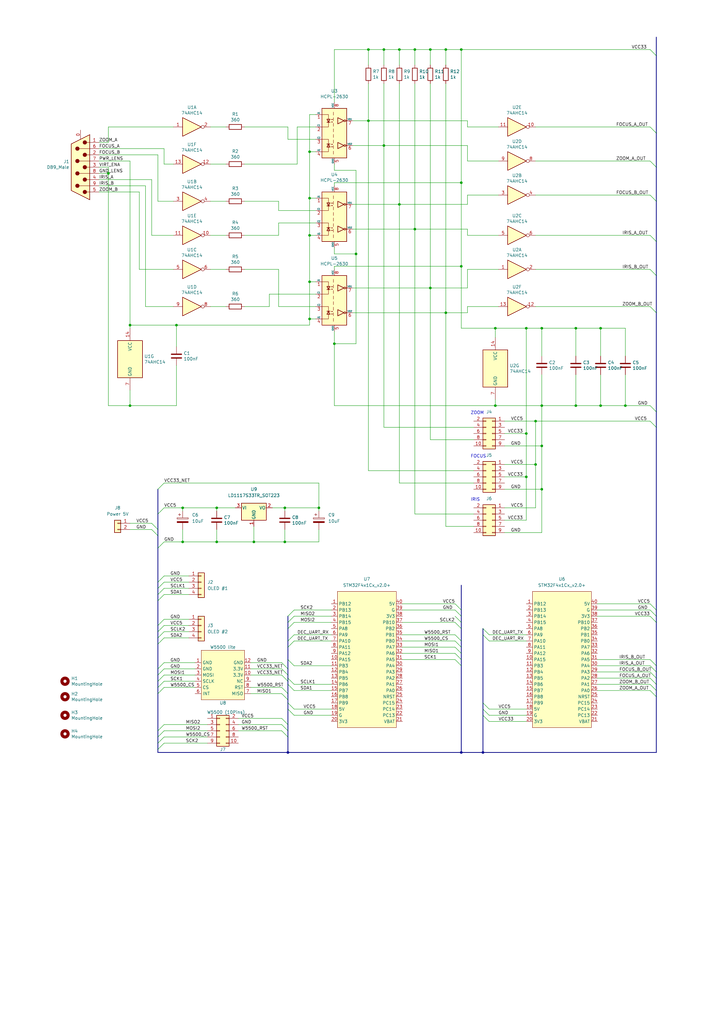
<source format=kicad_sch>
(kicad_sch (version 20211123) (generator eeschema)
  (paper "A3" portrait)
  (title_block (title "Lens Rotary Decoder / MCU+NET+OLED version"))
  (junction (at 215.9 177.8))
  (junction (at 176.53 118.11))
  (junction (at 182.88 20.32))
  (junction (at 127 81.28))
  (junction (at 236.22 134.62))
  (junction (at 74.93 208.28))
  (junction (at 170.18 93.98))
  (junction (at 256.54 166.37))
  (junction (at 222.25 200.66))
  (junction (at 246.38 166.37))
  (junction (at 222.25 134.62))
  (junction (at 163.83 83.82))
  (junction (at 127 62.23))
  (junction (at 137.16 140.97))
  (junction (at 53.34 133.35))
  (junction (at 127 96.52))
  (junction (at 104.14 222.25))
  (junction (at 157.48 59.69))
  (junction (at 116.84 208.28))
  (junction (at 176.53 20.32))
  (junction (at 151.13 20.32))
  (junction (at 146.05 104.14))
  (junction (at 163.83 20.32))
  (junction (at 219.71 172.72))
  (junction (at 189.23 20.32))
  (junction (at 203.2 134.62))
  (junction (at 116.84 222.25))
  (junction (at 182.88 128.27))
  (junction (at 189.23 109.22))
  (junction (at 157.48 20.32))
  (junction (at 74.93 222.25))
  (junction (at 246.38 134.62))
  (junction (at 118.11 308.61))
  (junction (at 189.23 308.61))
  (junction (at 236.22 166.37))
  (junction (at 215.9 134.62))
  (junction (at 215.9 195.58))
  (junction (at 170.18 20.32))
  (junction (at 219.71 190.5))
  (junction (at 222.25 166.37))
  (junction (at 44.45 71.12))
  (junction (at 88.9 222.25))
  (junction (at 222.25 182.88))
  (junction (at 151.13 49.53))
  (junction (at 72.39 133.35))
  (junction (at 53.34 166.37))
  (junction (at 127 130.81))
  (junction (at 189.23 74.93))
  (junction (at 198.12 308.61))
  (junction (at 130.81 208.28))
  (junction (at 88.9 208.28))
  (junction (at 203.2 166.37))
  (junction (at 127 115.57))
  (bus_entry (at 64.77 284.48) (size 2.54 -2.54))
  (bus_entry (at 64.77 281.94) (size 2.54 -2.54))
  (bus_entry (at 266.7 250.19) (size 2.54 2.54))
  (bus_entry (at 62.23 217.17) (size 2.54 2.54))
  (bus_entry (at 62.23 214.63) (size 2.54 2.54))
  (bus_entry (at 64.77 259.08) (size 2.54 -2.54))
  (bus_entry (at 118.11 280.67) (size 2.54 2.54))
  (bus_entry (at 115.57 299.72) (size 2.54 2.54))
  (bus_entry (at 266.7 270.51) (size 2.54 2.54))
  (bus_entry (at 64.77 274.32) (size 2.54 -2.54))
  (bus_entry (at 115.57 274.32) (size 2.54 2.54))
  (bus_entry (at 198.12 257.81) (size 2.54 2.54))
  (bus_entry (at 64.77 304.8) (size 2.54 -2.54))
  (bus_entry (at 266.7 247.65) (size 2.54 2.54))
  (bus_entry (at 186.69 255.27) (size 2.54 2.54))
  (bus_entry (at 64.77 299.72) (size 2.54 -2.54))
  (bus_entry (at 115.57 294.64) (size 2.54 2.54))
  (bus_entry (at 64.77 302.26) (size 2.54 -2.54))
  (bus_entry (at 266.7 278.13) (size 2.54 2.54))
  (bus_entry (at 64.77 307.34) (size 2.54 -2.54))
  (bus_entry (at 64.77 276.86) (size 2.54 -2.54))
  (bus_entry (at 198.12 288.29) (size 2.54 2.54))
  (bus_entry (at 64.77 241.3) (size 2.54 -2.54))
  (bus_entry (at 266.7 275.59) (size 2.54 2.54))
  (bus_entry (at 266.7 273.05) (size 2.54 2.54))
  (bus_entry (at 64.77 256.54) (size 2.54 -2.54))
  (bus_entry (at 118.11 257.81) (size 2.54 -2.54))
  (bus_entry (at 186.69 252.73) (size 2.54 2.54))
  (bus_entry (at 118.11 270.51) (size 2.54 2.54))
  (bus_entry (at 64.77 210.82) (size 2.54 -2.54))
  (bus_entry (at 115.57 281.94) (size 2.54 2.54))
  (bus_entry (at 115.57 297.18) (size 2.54 2.54))
  (bus_entry (at 118.11 252.73) (size 2.54 -2.54))
  (bus_entry (at 118.11 255.27) (size 2.54 -2.54))
  (bus_entry (at 118.11 265.43) (size 2.54 -2.54))
  (bus_entry (at 115.57 284.48) (size 2.54 2.54))
  (bus_entry (at 118.11 262.89) (size 2.54 -2.54))
  (bus_entry (at 198.12 293.37) (size 2.54 2.54))
  (bus_entry (at 266.7 280.67) (size 2.54 2.54))
  (bus_entry (at 118.11 290.83) (size 2.54 2.54))
  (bus_entry (at 64.77 264.16) (size 2.54 -2.54))
  (bus_entry (at 115.57 271.78) (size 2.54 2.54))
  (bus_entry (at 186.69 260.35) (size 2.54 2.54))
  (bus_entry (at 64.77 246.38) (size 2.54 -2.54))
  (bus_entry (at 64.77 238.76) (size 2.54 -2.54))
  (bus_entry (at 64.77 279.4) (size 2.54 -2.54))
  (bus_entry (at 64.77 224.79) (size 2.54 -2.54))
  (bus_entry (at 64.77 200.66) (size 2.54 -2.54))
  (bus_entry (at 118.11 288.29) (size 2.54 2.54))
  (bus_entry (at 186.69 267.97) (size 2.54 2.54))
  (bus_entry (at 186.69 262.89) (size 2.54 2.54))
  (bus_entry (at 118.11 278.13) (size 2.54 2.54))
  (bus_entry (at 115.57 276.86) (size 2.54 2.54))
  (bus_entry (at 64.77 243.84) (size 2.54 -2.54))
  (bus_entry (at 266.7 166.37) (size 2.54 2.54))
  (bus_entry (at 266.7 172.72) (size 2.54 2.54))
  (bus_entry (at 186.69 265.43) (size 2.54 2.54))
  (bus_entry (at 198.12 260.35) (size 2.54 2.54))
  (bus_entry (at 198.12 290.83) (size 2.54 2.54))
  (bus_entry (at 186.69 250.19) (size 2.54 2.54))
  (bus_entry (at 266.7 252.73) (size 2.54 2.54))
  (bus_entry (at 64.77 261.62) (size 2.54 -2.54))
  (bus_entry (at 266.7 125.73) (size 2.54 2.54))
  (bus_entry (at 266.7 66.04) (size 2.54 2.54))
  (bus_entry (at 266.7 110.49) (size 2.54 2.54))
  (bus_entry (at 266.7 96.52) (size 2.54 2.54))
  (bus_entry (at 266.7 80.01) (size 2.54 2.54))
  (bus_entry (at 266.7 20.32) (size 2.54 2.54))
  (bus_entry (at 266.7 52.07) (size 2.54 2.54))
  (bus_entry (at 186.69 247.65) (size 2.54 2.54))
  (bus_entry (at 186.69 270.51) (size 2.54 2.54))
  (bus_entry (at 266.7 283.21) (size 2.54 2.54))
  (wire (pts (xy 203.2 134.62) (xy 189.23 134.62)))
  (wire (pts (xy 120.65 283.21) (xy 135.89 283.21)))
  (wire (pts (xy 120.65 293.37) (xy 135.89 293.37)))
  (wire (pts (xy 127 81.28) (xy 127 96.52)))
  (wire (pts (xy 182.88 34.29) (xy 182.88 128.27)))
  (wire (pts (xy 207.01 208.28) (xy 219.71 208.28)))
  (wire (pts (xy 121.92 52.07) (xy 129.54 52.07)))
  (bus (pts (xy 198.12 257.81) (xy 198.12 260.35)))
  (wire (pts (xy 222.25 166.37) (xy 236.22 166.37)))
  (wire (pts (xy 200.66 262.89) (xy 215.9 262.89)))
  (wire (pts (xy 137.16 41.91) (xy 137.16 20.32)))
  (bus (pts (xy 118.11 280.67) (xy 118.11 284.48)))
  (bus (pts (xy 118.11 290.83) (xy 118.11 297.18)))
  (bus (pts (xy 118.11 252.73) (xy 118.11 255.27)))
  (wire (pts (xy 88.9 217.17) (xy 88.9 222.25)))
  (wire (pts (xy 191.77 128.27) (xy 191.77 125.73)))
  (bus (pts (xy 269.24 250.19) (xy 269.24 252.73)))
  (wire (pts (xy 100.33 52.07) (xy 118.11 52.07)))
  (wire (pts (xy 72.39 133.35) (xy 72.39 142.24)))
  (bus (pts (xy 64.77 307.34) (xy 64.77 308.61)))
  (bus (pts (xy 269.24 99.06) (xy 269.24 113.03)))
  (bus (pts (xy 269.24 275.59) (xy 269.24 278.13)))
  (wire (pts (xy 236.22 153.67) (xy 236.22 166.37)))
  (bus (pts (xy 189.23 270.51) (xy 189.23 273.05)))
  (wire (pts (xy 62.23 73.66) (xy 62.23 96.52)))
  (wire (pts (xy 245.11 247.65) (xy 266.7 247.65)))
  (wire (pts (xy 72.39 149.86) (xy 72.39 166.37)))
  (wire (pts (xy 207.01 200.66) (xy 222.25 200.66)))
  (wire (pts (xy 86.36 110.49) (xy 92.71 110.49)))
  (wire (pts (xy 137.16 140.97) (xy 146.05 140.97)))
  (wire (pts (xy 59.69 125.73) (xy 71.12 125.73)))
  (wire (pts (xy 116.84 217.17) (xy 116.84 222.25)))
  (wire (pts (xy 86.36 125.73) (xy 92.71 125.73)))
  (bus (pts (xy 118.11 302.26) (xy 118.11 308.61)))
  (wire (pts (xy 64.77 82.55) (xy 71.12 82.55)))
  (wire (pts (xy 245.11 280.67) (xy 266.7 280.67)))
  (wire (pts (xy 219.71 52.07) (xy 266.7 52.07)))
  (bus (pts (xy 118.11 287.02) (xy 118.11 288.29)))
  (wire (pts (xy 165.1 250.19) (xy 186.69 250.19)))
  (wire (pts (xy 40.64 66.04) (xy 53.34 66.04)))
  (wire (pts (xy 245.11 250.19) (xy 266.7 250.19)))
  (wire (pts (xy 53.34 133.35) (xy 72.39 133.35)))
  (wire (pts (xy 236.22 134.62) (xy 236.22 146.05)))
  (wire (pts (xy 191.77 59.69) (xy 191.77 66.04)))
  (wire (pts (xy 137.16 69.85) (xy 146.05 69.85)))
  (wire (pts (xy 222.25 182.88) (xy 222.25 200.66)))
  (wire (pts (xy 127 46.99) (xy 127 62.23)))
  (wire (pts (xy 163.83 26.67) (xy 163.83 20.32)))
  (wire (pts (xy 137.16 104.14) (xy 146.05 104.14)))
  (wire (pts (xy 88.9 208.28) (xy 96.52 208.28)))
  (wire (pts (xy 176.53 26.67) (xy 176.53 20.32)))
  (wire (pts (xy 215.9 195.58) (xy 215.9 213.36)))
  (wire (pts (xy 44.45 58.42) (xy 44.45 52.07)))
  (wire (pts (xy 102.87 271.78) (xy 115.57 271.78)))
  (wire (pts (xy 151.13 20.32) (xy 151.13 26.67)))
  (wire (pts (xy 74.93 208.28) (xy 88.9 208.28)))
  (wire (pts (xy 191.77 80.01) (xy 204.47 80.01)))
  (wire (pts (xy 189.23 20.32) (xy 189.23 74.93)))
  (wire (pts (xy 191.77 59.69) (xy 157.48 59.69)))
  (wire (pts (xy 144.78 118.11) (xy 176.53 118.11)))
  (wire (pts (xy 67.31 208.28) (xy 74.93 208.28)))
  (bus (pts (xy 118.11 288.29) (xy 118.11 290.83)))
  (wire (pts (xy 170.18 20.32) (xy 176.53 20.32)))
  (bus (pts (xy 118.11 299.72) (xy 118.11 302.26)))
  (wire (pts (xy 170.18 34.29) (xy 170.18 93.98)))
  (bus (pts (xy 64.77 261.62) (xy 64.77 264.16)))
  (wire (pts (xy 245.11 283.21) (xy 266.7 283.21)))
  (bus (pts (xy 198.12 260.35) (xy 198.12 288.29)))
  (wire (pts (xy 127 115.57) (xy 127 130.81)))
  (wire (pts (xy 129.54 120.65) (xy 110.49 120.65)))
  (bus (pts (xy 269.24 15.24) (xy 269.24 22.86)))
  (wire (pts (xy 120.65 262.89) (xy 135.89 262.89)))
  (wire (pts (xy 114.3 125.73) (xy 129.54 125.73)))
  (wire (pts (xy 144.78 128.27) (xy 182.88 128.27)))
  (wire (pts (xy 111.76 208.28) (xy 116.84 208.28)))
  (bus (pts (xy 118.11 257.81) (xy 118.11 262.89)))
  (wire (pts (xy 207.01 182.88) (xy 222.25 182.88)))
  (wire (pts (xy 219.71 66.04) (xy 266.7 66.04)))
  (wire (pts (xy 40.64 58.42) (xy 44.45 58.42)))
  (wire (pts (xy 88.9 222.25) (xy 104.14 222.25)))
  (wire (pts (xy 44.45 52.07) (xy 71.12 52.07)))
  (bus (pts (xy 64.77 224.79) (xy 64.77 238.76)))
  (wire (pts (xy 59.69 76.2) (xy 59.69 125.73)))
  (bus (pts (xy 118.11 297.18) (xy 118.11 299.72)))
  (bus (pts (xy 269.24 22.86) (xy 269.24 54.61)))
  (wire (pts (xy 121.92 67.31) (xy 121.92 52.07)))
  (wire (pts (xy 191.77 96.52) (xy 204.47 96.52)))
  (bus (pts (xy 189.23 308.61) (xy 198.12 308.61)))
  (wire (pts (xy 40.64 68.58) (xy 44.45 68.58)))
  (wire (pts (xy 170.18 26.67) (xy 170.18 20.32)))
  (wire (pts (xy 118.11 57.15) (xy 129.54 57.15)))
  (bus (pts (xy 269.24 82.55) (xy 269.24 99.06)))
  (wire (pts (xy 137.16 67.31) (xy 137.16 69.85)))
  (bus (pts (xy 269.24 113.03) (xy 269.24 128.27)))
  (wire (pts (xy 165.1 260.35) (xy 186.69 260.35)))
  (wire (pts (xy 40.64 63.5) (xy 64.77 63.5)))
  (wire (pts (xy 170.18 93.98) (xy 191.77 93.98)))
  (wire (pts (xy 40.64 76.2) (xy 59.69 76.2)))
  (wire (pts (xy 207.01 213.36) (xy 215.9 213.36)))
  (bus (pts (xy 118.11 255.27) (xy 118.11 257.81)))
  (wire (pts (xy 53.34 217.17) (xy 62.23 217.17)))
  (wire (pts (xy 256.54 166.37) (xy 266.7 166.37)))
  (wire (pts (xy 182.88 20.32) (xy 189.23 20.32)))
  (wire (pts (xy 165.1 267.97) (xy 186.69 267.97)))
  (bus (pts (xy 64.77 276.86) (xy 64.77 279.4)))
  (wire (pts (xy 114.3 82.55) (xy 114.3 86.36)))
  (wire (pts (xy 67.31 222.25) (xy 74.93 222.25)))
  (wire (pts (xy 116.84 208.28) (xy 116.84 209.55)))
  (wire (pts (xy 246.38 146.05) (xy 246.38 134.62)))
  (wire (pts (xy 146.05 69.85) (xy 146.05 104.14)))
  (bus (pts (xy 64.77 200.66) (xy 64.77 210.82)))
  (wire (pts (xy 245.11 252.73) (xy 266.7 252.73)))
  (wire (pts (xy 182.88 128.27) (xy 191.77 128.27)))
  (wire (pts (xy 67.31 276.86) (xy 80.01 276.86)))
  (wire (pts (xy 67.31 299.72) (xy 85.09 299.72)))
  (bus (pts (xy 198.12 293.37) (xy 198.12 308.61)))
  (wire (pts (xy 176.53 20.32) (xy 182.88 20.32)))
  (wire (pts (xy 67.31 302.26) (xy 85.09 302.26)))
  (wire (pts (xy 165.1 270.51) (xy 186.69 270.51)))
  (wire (pts (xy 86.36 52.07) (xy 92.71 52.07)))
  (bus (pts (xy 118.11 308.61) (xy 189.23 308.61)))
  (wire (pts (xy 191.77 118.11) (xy 191.77 110.49)))
  (wire (pts (xy 116.84 222.25) (xy 130.81 222.25)))
  (wire (pts (xy 203.2 163.83) (xy 203.2 166.37)))
  (wire (pts (xy 67.31 274.32) (xy 80.01 274.32)))
  (bus (pts (xy 64.77 281.94) (xy 64.77 284.48)))
  (wire (pts (xy 67.31 60.96) (xy 67.31 67.31)))
  (wire (pts (xy 163.83 20.32) (xy 170.18 20.32)))
  (wire (pts (xy 219.71 208.28) (xy 219.71 190.5)))
  (wire (pts (xy 246.38 153.67) (xy 246.38 166.37)))
  (bus (pts (xy 189.23 257.81) (xy 189.23 262.89)))
  (wire (pts (xy 203.2 134.62) (xy 215.9 134.62)))
  (wire (pts (xy 219.71 110.49) (xy 266.7 110.49)))
  (wire (pts (xy 245.11 275.59) (xy 266.7 275.59)))
  (wire (pts (xy 146.05 104.14) (xy 146.05 140.97)))
  (wire (pts (xy 165.1 247.65) (xy 186.69 247.65)))
  (wire (pts (xy 236.22 134.62) (xy 246.38 134.62)))
  (wire (pts (xy 118.11 52.07) (xy 118.11 57.15)))
  (wire (pts (xy 86.36 82.55) (xy 92.71 82.55)))
  (wire (pts (xy 215.9 177.8) (xy 215.9 195.58)))
  (bus (pts (xy 269.24 68.58) (xy 269.24 82.55)))
  (wire (pts (xy 191.77 93.98) (xy 191.77 96.52)))
  (wire (pts (xy 137.16 166.37) (xy 203.2 166.37)))
  (wire (pts (xy 222.25 134.62) (xy 222.25 146.05)))
  (wire (pts (xy 219.71 190.5) (xy 219.71 172.72)))
  (wire (pts (xy 182.88 20.32) (xy 182.88 26.67)))
  (wire (pts (xy 130.81 217.17) (xy 130.81 222.25)))
  (bus (pts (xy 189.23 252.73) (xy 189.23 255.27)))
  (wire (pts (xy 74.93 222.25) (xy 88.9 222.25)))
  (wire (pts (xy 222.25 134.62) (xy 236.22 134.62)))
  (wire (pts (xy 130.81 208.28) (xy 130.81 198.12)))
  (wire (pts (xy 114.3 91.44) (xy 129.54 91.44)))
  (wire (pts (xy 40.64 60.96) (xy 67.31 60.96)))
  (wire (pts (xy 200.66 260.35) (xy 215.9 260.35)))
  (wire (pts (xy 189.23 74.93) (xy 189.23 109.22)))
  (wire (pts (xy 215.9 295.91) (xy 200.66 295.91)))
  (wire (pts (xy 40.64 73.66) (xy 62.23 73.66)))
  (bus (pts (xy 269.24 175.26) (xy 269.24 250.19)))
  (wire (pts (xy 57.15 110.49) (xy 71.12 110.49)))
  (wire (pts (xy 191.77 66.04) (xy 204.47 66.04)))
  (bus (pts (xy 118.11 262.89) (xy 118.11 265.43)))
  (wire (pts (xy 97.79 294.64) (xy 115.57 294.64)))
  (bus (pts (xy 269.24 252.73) (xy 269.24 255.27)))
  (wire (pts (xy 67.31 271.78) (xy 80.01 271.78)))
  (wire (pts (xy 144.78 59.69) (xy 157.48 59.69)))
  (bus (pts (xy 64.77 308.61) (xy 118.11 308.61)))
  (wire (pts (xy 100.33 96.52) (xy 114.3 96.52)))
  (wire (pts (xy 104.14 215.9) (xy 104.14 222.25)))
  (bus (pts (xy 118.11 284.48) (xy 118.11 287.02)))
  (wire (pts (xy 130.81 208.28) (xy 130.81 209.55)))
  (wire (pts (xy 53.34 160.02) (xy 53.34 166.37)))
  (wire (pts (xy 163.83 198.12) (xy 194.31 198.12)))
  (bus (pts (xy 64.77 210.82) (xy 64.77 217.17)))
  (wire (pts (xy 127 96.52) (xy 127 115.57)))
  (wire (pts (xy 219.71 172.72) (xy 266.7 172.72)))
  (wire (pts (xy 127 130.81) (xy 127 133.35)))
  (wire (pts (xy 116.84 208.28) (xy 130.81 208.28)))
  (wire (pts (xy 176.53 118.11) (xy 176.53 180.34)))
  (wire (pts (xy 129.54 130.81) (xy 127 130.81)))
  (bus (pts (xy 64.77 279.4) (xy 64.77 281.94)))
  (wire (pts (xy 67.31 256.54) (xy 77.47 256.54)))
  (wire (pts (xy 102.87 284.48) (xy 115.57 284.48)))
  (wire (pts (xy 163.83 83.82) (xy 191.77 83.82)))
  (wire (pts (xy 207.01 177.8) (xy 215.9 177.8)))
  (bus (pts (xy 64.77 302.26) (xy 64.77 304.8)))
  (wire (pts (xy 44.45 71.12) (xy 44.45 166.37)))
  (wire (pts (xy 67.31 67.31) (xy 71.12 67.31)))
  (wire (pts (xy 144.78 93.98) (xy 170.18 93.98)))
  (bus (pts (xy 64.77 219.71) (xy 64.77 224.79)))
  (wire (pts (xy 62.23 96.52) (xy 71.12 96.52)))
  (wire (pts (xy 165.1 255.27) (xy 186.69 255.27)))
  (wire (pts (xy 245.11 273.05) (xy 266.7 273.05)))
  (wire (pts (xy 67.31 259.08) (xy 77.47 259.08)))
  (bus (pts (xy 118.11 279.4) (xy 118.11 280.67)))
  (wire (pts (xy 88.9 208.28) (xy 88.9 209.55)))
  (bus (pts (xy 189.23 267.97) (xy 189.23 270.51)))
  (wire (pts (xy 191.77 83.82) (xy 191.77 80.01)))
  (wire (pts (xy 203.2 138.43) (xy 203.2 134.62)))
  (wire (pts (xy 207.01 195.58) (xy 215.9 195.58)))
  (wire (pts (xy 102.87 276.86) (xy 115.57 276.86)))
  (wire (pts (xy 176.53 118.11) (xy 191.77 118.11)))
  (wire (pts (xy 114.3 91.44) (xy 114.3 96.52)))
  (wire (pts (xy 157.48 59.69) (xy 157.48 175.26)))
  (wire (pts (xy 67.31 236.22) (xy 77.47 236.22)))
  (wire (pts (xy 222.25 166.37) (xy 222.25 182.88)))
  (bus (pts (xy 64.77 256.54) (xy 64.77 259.08)))
  (bus (pts (xy 269.24 273.05) (xy 269.24 275.59)))
  (bus (pts (xy 189.23 262.89) (xy 189.23 265.43)))
  (wire (pts (xy 189.23 109.22) (xy 189.23 134.62)))
  (bus (pts (xy 118.11 270.51) (xy 118.11 274.32)))
  (wire (pts (xy 189.23 20.32) (xy 266.7 20.32)))
  (wire (pts (xy 129.54 46.99) (xy 127 46.99)))
  (bus (pts (xy 269.24 54.61) (xy 269.24 68.58)))
  (wire (pts (xy 165.1 265.43) (xy 186.69 265.43)))
  (wire (pts (xy 163.83 83.82) (xy 163.83 198.12)))
  (wire (pts (xy 53.34 133.35) (xy 53.34 134.62)))
  (wire (pts (xy 207.01 218.44) (xy 222.25 218.44)))
  (wire (pts (xy 157.48 20.32) (xy 163.83 20.32)))
  (wire (pts (xy 64.77 63.5) (xy 64.77 82.55)))
  (wire (pts (xy 137.16 20.32) (xy 151.13 20.32)))
  (wire (pts (xy 191.77 49.53) (xy 191.77 52.07)))
  (wire (pts (xy 129.54 115.57) (xy 127 115.57)))
  (wire (pts (xy 102.87 281.94) (xy 115.57 281.94)))
  (wire (pts (xy 67.31 198.12) (xy 130.81 198.12)))
  (wire (pts (xy 110.49 120.65) (xy 110.49 125.73)))
  (wire (pts (xy 191.77 52.07) (xy 204.47 52.07)))
  (wire (pts (xy 157.48 175.26) (xy 194.31 175.26)))
  (wire (pts (xy 67.31 261.62) (xy 77.47 261.62)))
  (wire (pts (xy 246.38 166.37) (xy 256.54 166.37)))
  (wire (pts (xy 219.71 125.73) (xy 266.7 125.73)))
  (wire (pts (xy 191.77 125.73) (xy 204.47 125.73)))
  (bus (pts (xy 269.24 283.21) (xy 269.24 285.75)))
  (bus (pts (xy 269.24 285.75) (xy 269.24 308.61)))
  (wire (pts (xy 170.18 93.98) (xy 170.18 210.82)))
  (wire (pts (xy 120.65 273.05) (xy 135.89 273.05)))
  (wire (pts (xy 100.33 125.73) (xy 110.49 125.73)))
  (bus (pts (xy 269.24 168.91) (xy 269.24 175.26)))
  (bus (pts (xy 64.77 259.08) (xy 64.77 261.62)))
  (wire (pts (xy 222.25 166.37) (xy 222.25 153.67)))
  (wire (pts (xy 137.16 110.49) (xy 137.16 109.22)))
  (bus (pts (xy 64.77 299.72) (xy 64.77 302.26)))
  (wire (pts (xy 57.15 78.74) (xy 57.15 110.49)))
  (wire (pts (xy 245.11 270.51) (xy 266.7 270.51)))
  (wire (pts (xy 137.16 166.37) (xy 137.16 140.97)))
  (wire (pts (xy 129.54 96.52) (xy 127 96.52)))
  (wire (pts (xy 97.79 297.18) (xy 115.57 297.18)))
  (wire (pts (xy 86.36 67.31) (xy 92.71 67.31)))
  (wire (pts (xy 163.83 34.29) (xy 163.83 83.82)))
  (wire (pts (xy 137.16 76.2) (xy 137.16 74.93)))
  (wire (pts (xy 137.16 109.22) (xy 189.23 109.22)))
  (bus (pts (xy 118.11 278.13) (xy 118.11 279.4)))
  (bus (pts (xy 198.12 308.61) (xy 269.24 308.61)))
  (wire (pts (xy 200.66 293.37) (xy 215.9 293.37)))
  (wire (pts (xy 236.22 166.37) (xy 246.38 166.37)))
  (wire (pts (xy 114.3 110.49) (xy 114.3 125.73)))
  (wire (pts (xy 151.13 20.32) (xy 157.48 20.32)))
  (wire (pts (xy 40.64 71.12) (xy 44.45 71.12)))
  (wire (pts (xy 53.34 166.37) (xy 72.39 166.37)))
  (wire (pts (xy 74.93 217.17) (xy 74.93 222.25)))
  (wire (pts (xy 207.01 172.72) (xy 219.71 172.72)))
  (wire (pts (xy 127 62.23) (xy 127 81.28)))
  (bus (pts (xy 118.11 274.32) (xy 118.11 276.86)))
  (wire (pts (xy 182.88 215.9) (xy 194.31 215.9)))
  (bus (pts (xy 198.12 290.83) (xy 198.12 293.37)))
  (wire (pts (xy 100.33 110.49) (xy 114.3 110.49)))
  (bus (pts (xy 64.77 274.32) (xy 64.77 276.86)))
  (bus (pts (xy 118.11 265.43) (xy 118.11 270.51)))
  (wire (pts (xy 102.87 274.32) (xy 115.57 274.32)))
  (wire (pts (xy 215.9 134.62) (xy 222.25 134.62)))
  (wire (pts (xy 157.48 34.29) (xy 157.48 59.69)))
  (wire (pts (xy 67.31 243.84) (xy 77.47 243.84)))
  (wire (pts (xy 245.11 278.13) (xy 266.7 278.13)))
  (wire (pts (xy 67.31 297.18) (xy 85.09 297.18)))
  (wire (pts (xy 176.53 34.29) (xy 176.53 118.11)))
  (wire (pts (xy 165.1 262.89) (xy 186.69 262.89)))
  (bus (pts (xy 64.77 217.17) (xy 64.77 219.71)))
  (wire (pts (xy 176.53 180.34) (xy 194.31 180.34)))
  (wire (pts (xy 151.13 34.29) (xy 151.13 49.53)))
  (bus (pts (xy 269.24 128.27) (xy 269.24 168.91)))
  (bus (pts (xy 118.11 276.86) (xy 118.11 278.13)))
  (wire (pts (xy 67.31 241.3) (xy 77.47 241.3)))
  (bus (pts (xy 189.23 240.03) (xy 189.23 250.19)))
  (wire (pts (xy 151.13 49.53) (xy 151.13 193.04)))
  (wire (pts (xy 53.34 66.04) (xy 53.34 133.35)))
  (wire (pts (xy 207.01 190.5) (xy 219.71 190.5)))
  (wire (pts (xy 151.13 49.53) (xy 191.77 49.53)))
  (wire (pts (xy 256.54 153.67) (xy 256.54 166.37)))
  (wire (pts (xy 100.33 67.31) (xy 121.92 67.31)))
  (wire (pts (xy 144.78 83.82) (xy 163.83 83.82)))
  (wire (pts (xy 182.88 128.27) (xy 182.88 215.9)))
  (bus (pts (xy 189.23 255.27) (xy 189.23 257.81)))
  (wire (pts (xy 144.78 49.53) (xy 151.13 49.53)))
  (wire (pts (xy 222.25 200.66) (xy 222.25 218.44)))
  (wire (pts (xy 129.54 62.23) (xy 127 62.23)))
  (wire (pts (xy 67.31 238.76) (xy 77.47 238.76)))
  (wire (pts (xy 120.65 250.19) (xy 135.89 250.19)))
  (wire (pts (xy 137.16 101.6) (xy 137.16 104.14)))
  (bus (pts (xy 198.12 288.29) (xy 198.12 290.83)))
  (wire (pts (xy 40.64 78.74) (xy 57.15 78.74)))
  (bus (pts (xy 269.24 280.67) (xy 269.24 283.21)))
  (wire (pts (xy 53.34 214.63) (xy 62.23 214.63)))
  (wire (pts (xy 120.65 280.67) (xy 135.89 280.67)))
  (wire (pts (xy 114.3 86.36) (xy 129.54 86.36)))
  (wire (pts (xy 137.16 74.93) (xy 189.23 74.93)))
  (wire (pts (xy 44.45 68.58) (xy 44.45 71.12)))
  (wire (pts (xy 129.54 81.28) (xy 127 81.28)))
  (bus (pts (xy 189.23 273.05) (xy 189.23 308.61)))
  (wire (pts (xy 86.36 96.52) (xy 92.71 96.52)))
  (wire (pts (xy 74.93 208.28) (xy 74.93 209.55)))
  (wire (pts (xy 203.2 166.37) (xy 222.25 166.37)))
  (wire (pts (xy 151.13 193.04) (xy 194.31 193.04)))
  (wire (pts (xy 215.9 134.62) (xy 215.9 177.8)))
  (wire (pts (xy 67.31 279.4) (xy 80.01 279.4)))
  (wire (pts (xy 246.38 134.62) (xy 256.54 134.62)))
  (bus (pts (xy 189.23 250.19) (xy 189.23 252.73)))
  (wire (pts (xy 120.65 260.35) (xy 135.89 260.35)))
  (bus (pts (xy 64.77 284.48) (xy 64.77 299.72)))
  (wire (pts (xy 200.66 290.83) (xy 215.9 290.83)))
  (wire (pts (xy 97.79 299.72) (xy 115.57 299.72)))
  (wire (pts (xy 67.31 281.94) (xy 80.01 281.94)))
  (wire (pts (xy 157.48 26.67) (xy 157.48 20.32)))
  (wire (pts (xy 120.65 255.27) (xy 135.89 255.27)))
  (bus (pts (xy 64.77 238.76) (xy 64.77 241.3)))
  (wire (pts (xy 219.71 96.52) (xy 266.7 96.52)))
  (bus (pts (xy 189.23 265.43) (xy 189.23 267.97)))
  (bus (pts (xy 64.77 241.3) (xy 64.77 243.84)))
  (bus (pts (xy 64.77 264.16) (xy 64.77 274.32)))
  (bus (pts (xy 64.77 246.38) (xy 64.77 256.54)))
  (bus (pts (xy 64.77 304.8) (xy 64.77 307.34)))
  (wire (pts (xy 67.31 304.8) (xy 85.09 304.8)))
  (wire (pts (xy 120.65 290.83) (xy 135.89 290.83)))
  (wire (pts (xy 104.14 222.25) (xy 116.84 222.25)))
  (wire (pts (xy 100.33 82.55) (xy 114.3 82.55)))
  (wire (pts (xy 219.71 80.01) (xy 266.7 80.01)))
  (wire (pts (xy 256.54 134.62) (xy 256.54 146.05)))
  (wire (pts (xy 120.65 252.73) (xy 135.89 252.73)))
  (bus (pts (xy 64.77 243.84) (xy 64.77 246.38)))
  (wire (pts (xy 170.18 210.82) (xy 194.31 210.82)))
  (bus (pts (xy 269.24 278.13) (xy 269.24 280.67)))
  (wire (pts (xy 67.31 254) (xy 77.47 254)))
  (bus (pts (xy 269.24 255.27) (xy 269.24 273.05)))
  (wire (pts (xy 191.77 110.49) (xy 204.47 110.49)))
  (wire (pts (xy 127 133.35) (xy 72.39 133.35)))
  (wire (pts (xy 137.16 135.89) (xy 137.16 140.97)))
  (wire (pts (xy 44.45 166.37) (xy 53.34 166.37)))
  (text "IRIS" (at 193.04 205.74 0) (effects (font (size 1.27 1.27)) (justify left bottom)))
  (text "FOCUS" (at 193.04 187.96 0) (effects (font (size 1.27 1.27)) (justify left bottom)))
  (text "ZOOM" (at 193.04 170.18 0) (effects (font (size 1.27 1.27)) (justify left bottom)))
  (label "GND" (at 105.41 271.78 0))
  (label "GND" (at 204.47 293.37 0))
  (label "ZOOM_A_OUT" (at 252.73 66.04 0))
  (label "MISO1" (at 173.99 267.97 0))
  (label "ZOOM_A_OUT" (at 254 283.21 0))
  (label "SDA1" (at 69.85 243.84 0))
  (label "FOCUS_A_OUT" (at 252.73 52.07 0))
  (label "DEC_UART_RX" (at 121.92 260.35 0))
  (label "PWR_LENS" (at 40.64 66.04 0))
  (label "MISO2" (at 123.19 252.73 0))
  (label "ZOOM_B" (at 40.64 78.74 0))
  (label "SCK2" (at 76.2 304.8 0))
  (label "VCC33_NET" (at 67.31 198.12 0))
  (label "IRIS_B" (at 40.64 76.2 0))
  (label "GND" (at 69.85 236.22 0))
  (label "IRIS_A" (at 40.64 73.66 0))
  (label "DEC_UART_RX" (at 201.93 262.89 0))
  (label "SCLK2" (at 69.85 259.08 0))
  (label "SCLK1" (at 69.85 241.3 0))
  (label "VCC5" (at 69.85 238.76 0))
  (label "GND" (at 69.85 274.32 0))
  (label "FOCUS_A_OUT" (at 254 278.13 0))
  (label "VCC33_NET" (at 105.41 276.86 0))
  (label "ZOOM_A" (at 40.64 58.42 0))
  (label "W5500_RST" (at 99.06 299.72 0))
  (label "VCC33" (at 208.28 195.58 0))
  (label "GND" (at 69.85 271.78 0))
  (label "SCLK2" (at 180.34 255.27 0))
  (label "GND" (at 124.46 293.37 0))
  (label "FOCUS_B_OUT" (at 254 275.59 0))
  (label "VCC5" (at 55.88 214.63 0))
  (label "VCC5" (at 124.46 290.83 0))
  (label "GND" (at 209.55 200.66 0))
  (label "VCC5" (at 181.61 247.65 0))
  (label "W5500_RST" (at 105.41 281.94 0))
  (label "SDA2" (at 69.85 261.62 0))
  (label "VCC5" (at 209.55 172.72 0))
  (label "GND" (at 99.06 297.18 0))
  (label "VCC5" (at 69.85 256.54 0))
  (label "VCC5" (at 204.47 290.83 0))
  (label "SDA1" (at 123.19 283.21 0))
  (label "SCK1" (at 173.99 270.51 0))
  (label "GND" (at 261.62 250.19 0))
  (label "IRIS_B_OUT" (at 255.27 110.49 0))
  (label "W5500_CS" (at 69.85 281.94 0))
  (label "MOSI2" (at 123.19 255.27 0))
  (label "W5500_CS" (at 76.2 302.26 0))
  (label "GND_LENS" (at 40.64 71.12 0))
  (label "VCC33" (at 208.28 177.8 0))
  (label "MOSI1" (at 173.99 265.43 0))
  (label "VCC5" (at 261.62 247.65 0))
  (label "IRIS_A_OUT" (at 254 273.05 0))
  (label "VCC33" (at 208.28 213.36 0))
  (label "MISO2" (at 76.2 297.18 0))
  (label "SCK1" (at 69.85 279.4 0))
  (label "VCC33" (at 204.47 295.91 0))
  (label "GND" (at 261.62 166.37 0))
  (label "IRIS_B_OUT" (at 254 270.51 0))
  (label "ZOOM_B_OUT" (at 254 280.67 0))
  (label "GND" (at 181.61 250.19 0))
  (label "SCLK1" (at 123.19 280.67 0))
  (label "GND" (at 209.55 218.44 0))
  (label "VCC5" (at 99.06 294.64 0))
  (label "IRIS_A_OUT" (at 255.27 96.52 0))
  (label "GND" (at 55.88 217.17 0))
  (label "DEC_UART_TX" (at 201.93 260.35 0))
  (label "GND" (at 67.31 222.25 0))
  (label "ZOOM_B_OUT" (at 255.27 125.73 0))
  (label "W5500_RST" (at 173.99 260.35 0))
  (label "VCC5" (at 260.35 172.72 0))
  (label "FOCUS_A" (at 40.64 60.96 0))
  (label "VCC33_NET" (at 105.41 274.32 0))
  (label "VCC5" (at 209.55 190.5 0))
  (label "VCC5" (at 209.55 208.28 0))
  (label "MOSI1" (at 69.85 276.86 0))
  (label "W5500_CS" (at 173.99 262.89 0))
  (label "VCC5" (at 67.31 208.28 0))
  (label "MOSI2" (at 76.2 299.72 0))
  (label "VCC33" (at 260.35 252.73 0))
  (label "VCC33" (at 259.08 20.32 0))
  (label "MISO1" (at 105.41 284.48 0))
  (label "GND" (at 69.85 254 0))
  (label "FOCUS_B_OUT" (at 252.73 80.01 0))
  (label "DEC_UART_TX" (at 121.92 262.89 0))
  (label "GND" (at 209.55 182.88 0))
  (label "FOCUS_B" (at 40.64 63.5 0))
  (label "VIRT_ENA" (at 40.64 68.58 0))
  (label "SCK2" (at 123.19 250.19 0))
  (label "SDA2" (at 123.19 273.05 0))
  (symbol (lib_id "Connector:DB9_Male_MountingHoles") (at 33.02 68.58 180) (unit 1)
    (property "Reference" "J1" (at 28.448 66.2686 0) (effects (justify left)))
    (property "Value" "DB9_Male" (at 28.448 68.58 0) (effects (justify left)))
    (property "Footprint" "Connector_Dsub:DSUB-9_Male_Horizontal_P2.77x2.84mm_EdgePinOffset7.70mm_Housed_MountingHolesOffset9.12mm" (effects hide))
    (property "Datasheet" " ~" (effects hide))
  )
  (symbol (lib_id "74xx:74AHC04") (at 78.74 52.07 0) (unit 1)
    (property "Reference" "U1" (at 78.74 44.0182 0))
    (property "Value" "74AHC14" (at 78.74 46.3296 0))
    (property "Footprint" "Package_DIP:DIP-14_W7.62mm" (effects hide))
    (property "Datasheet" "https://assets.nexperia.com/documents/data-sheet/74AHC_AHCT04.pdf" (effects hide))
  )
  (symbol (lib_id "74xx:74AHC04") (at 78.74 67.31 0) (unit 6)
    (property "Reference" "U1" (at 78.74 59.2582 0))
    (property "Value" "74AHC14" (at 78.74 61.5696 0))
    (property "Footprint" "Package_DIP:DIP-14_W7.62mm" (effects hide))
    (property "Datasheet" "https://assets.nexperia.com/documents/data-sheet/74AHC_AHCT04.pdf" (effects hide))
  )
  (symbol (lib_id "74xx:74AHC04") (at 78.74 82.55 0) (unit 2)
    (property "Reference" "U1" (at 78.74 74.4982 0))
    (property "Value" "74AHC14" (at 78.74 76.8096 0))
    (property "Footprint" "Package_DIP:DIP-14_W7.62mm" (effects hide))
    (property "Datasheet" "https://assets.nexperia.com/documents/data-sheet/74AHC_AHCT04.pdf" (effects hide))
  )
  (symbol (lib_id "74xx:74AHC04") (at 78.74 96.52 0) (unit 5)
    (property "Reference" "U1" (at 78.74 88.4682 0))
    (property "Value" "74AHC14" (at 78.74 90.7796 0))
    (property "Footprint" "Package_DIP:DIP-14_W7.62mm" (effects hide))
    (property "Datasheet" "https://assets.nexperia.com/documents/data-sheet/74AHC_AHCT04.pdf" (effects hide))
  )
  (symbol (lib_id "74xx:74AHC04") (at 78.74 110.49 0) (unit 3)
    (property "Reference" "U1" (at 78.74 102.4382 0))
    (property "Value" "74AHC14" (at 78.74 104.7496 0))
    (property "Footprint" "Package_DIP:DIP-14_W7.62mm" (effects hide))
    (property "Datasheet" "https://assets.nexperia.com/documents/data-sheet/74AHC_AHCT04.pdf" (effects hide))
  )
  (symbol (lib_id "74xx:74AHC04") (at 78.74 125.73 0) (unit 4)
    (property "Reference" "U1" (at 78.74 117.6782 0))
    (property "Value" "74AHC14" (at 78.74 119.9896 0))
    (property "Footprint" "Package_DIP:DIP-14_W7.62mm" (effects hide))
    (property "Datasheet" "https://assets.nexperia.com/documents/data-sheet/74AHC_AHCT04.pdf" (effects hide))
  )
  (symbol (lib_id "74xx:74AHC04") (at 53.34 147.32 0) (unit 7)
    (property "Reference" "U1" (at 59.182 146.1516 0) (effects (justify left)))
    (property "Value" "74AHC14" (at 59.182 148.463 0) (effects (justify left)))
    (property "Footprint" "Package_DIP:DIP-14_W7.62mm" (effects hide))
    (property "Datasheet" "https://assets.nexperia.com/documents/data-sheet/74AHC_AHCT04.pdf" (effects hide))
  )
  (symbol (lib_id "Device:C") (at 72.39 146.05 0) (unit 1)
    (property "Reference" "C1" (at 75.311 144.8816 0) (effects (justify left)))
    (property "Value" "100nF" (at 75.311 147.193 0) (effects (justify left)))
    (property "Footprint" "Capacitor_THT:C_Rect_L7.0mm_W2.0mm_P5.00mm" (effects hide))
  )
  (symbol (lib_id "Isolator:HCPL-2630") (at 137.16 54.61 0) (unit 1)
    (property "Reference" "U3" (at 137.16 37.3126 0))
    (property "Value" "HCPL-2630" (at 137.16 39.624 0))
    (property "Footprint" "Package_DIP:DIP-8_W7.62mm" (effects hide))
    (property "Datasheet" "https://docs.broadcom.com/docs/AV02-0940EN" (effects hide))
  )
  (symbol (lib_id "Isolator:HCPL-2630") (at 137.16 88.9 0) (unit 1)
    (property "Reference" "U4" (at 137.16 71.6026 0))
    (property "Value" "HCPL-2630" (at 137.16 73.914 0))
    (property "Footprint" "Package_DIP:DIP-8_W7.62mm" (effects hide))
    (property "Datasheet" "https://docs.broadcom.com/docs/AV02-0940EN" (effects hide))
  )
  (symbol (lib_id "Isolator:HCPL-2630") (at 137.16 123.19 0) (unit 1)
    (property "Reference" "U5" (at 137.16 105.8926 0))
    (property "Value" "HCPL-2630" (at 137.16 108.204 0))
    (property "Footprint" "Package_DIP:DIP-8_W7.62mm" (effects hide))
    (property "Datasheet" "https://docs.broadcom.com/docs/AV02-0940EN" (effects hide))
  )
  (symbol (lib_id "Device:R") (at 96.52 52.07 270) (unit 1)
    (property "Reference" "R1" (at 96.52 46.8122 90))
    (property "Value" "360" (at 96.52 49.1236 90))
    (property "Footprint" "Resistor_THT:R_Axial_DIN0309_L9.0mm_D3.2mm_P12.70mm_Horizontal" (effects hide))
  )
  (symbol (lib_id "Device:R") (at 96.52 67.31 270) (unit 1)
    (property "Reference" "R2" (at 96.52 62.0522 90))
    (property "Value" "360" (at 96.52 64.3636 90))
    (property "Footprint" "Resistor_THT:R_Axial_DIN0309_L9.0mm_D3.2mm_P12.70mm_Horizontal" (effects hide))
  )
  (symbol (lib_id "Device:R") (at 96.52 82.55 270) (unit 1)
    (property "Reference" "R3" (at 96.52 77.2922 90))
    (property "Value" "360" (at 96.52 79.6036 90))
    (property "Footprint" "Resistor_THT:R_Axial_DIN0309_L9.0mm_D3.2mm_P12.70mm_Horizontal" (effects hide))
  )
  (symbol (lib_id "Device:R") (at 96.52 96.52 270) (unit 1)
    (property "Reference" "R4" (at 96.52 91.2622 90))
    (property "Value" "360" (at 96.52 93.5736 90))
    (property "Footprint" "Resistor_THT:R_Axial_DIN0309_L9.0mm_D3.2mm_P12.70mm_Horizontal" (effects hide))
  )
  (symbol (lib_id "Device:R") (at 96.52 110.49 270) (unit 1)
    (property "Reference" "R5" (at 96.52 105.2322 90))
    (property "Value" "360" (at 96.52 107.5436 90))
    (property "Footprint" "Resistor_THT:R_Axial_DIN0309_L9.0mm_D3.2mm_P12.70mm_Horizontal" (effects hide))
  )
  (symbol (lib_id "Device:R") (at 96.52 125.73 270) (unit 1)
    (property "Reference" "R6" (at 96.52 120.4722 90))
    (property "Value" "360" (at 96.52 122.7836 90))
    (property "Footprint" "Resistor_THT:R_Axial_DIN0309_L9.0mm_D3.2mm_P12.70mm_Horizontal" (effects hide))
  )
  (symbol (lib_id "74xx:74AHC04") (at 212.09 52.07 0) (unit 5)
    (property "Reference" "U2" (at 212.09 44.0182 0))
    (property "Value" "74AHC14" (at 212.09 46.3296 0))
    (property "Footprint" "Package_DIP:DIP-14_W7.62mm" (effects hide))
    (property "Datasheet" "https://assets.nexperia.com/documents/data-sheet/74AHC_AHCT04.pdf" (effects hide))
  )
  (symbol (lib_id "74xx:74AHC04") (at 212.09 66.04 0) (unit 4)
    (property "Reference" "U2" (at 212.09 57.9882 0))
    (property "Value" "74AHC14" (at 212.09 60.2996 0))
    (property "Footprint" "Package_DIP:DIP-14_W7.62mm" (effects hide))
    (property "Datasheet" "https://assets.nexperia.com/documents/data-sheet/74AHC_AHCT04.pdf" (effects hide))
  )
  (symbol (lib_id "74xx:74AHC04") (at 212.09 80.01 0) (unit 2)
    (property "Reference" "U2" (at 212.09 71.9582 0))
    (property "Value" "74AHC14" (at 212.09 74.2696 0))
    (property "Footprint" "Package_DIP:DIP-14_W7.62mm" (effects hide))
    (property "Datasheet" "https://assets.nexperia.com/documents/data-sheet/74AHC_AHCT04.pdf" (effects hide))
  )
  (symbol (lib_id "74xx:74AHC04") (at 212.09 96.52 0) (unit 3)
    (property "Reference" "U2" (at 212.09 88.4682 0))
    (property "Value" "74AHC14" (at 212.09 90.7796 0))
    (property "Footprint" "Package_DIP:DIP-14_W7.62mm" (effects hide))
    (property "Datasheet" "https://assets.nexperia.com/documents/data-sheet/74AHC_AHCT04.pdf" (effects hide))
  )
  (symbol (lib_id "74xx:74AHC04") (at 212.09 110.49 0) (unit 1)
    (property "Reference" "U2" (at 212.09 102.4382 0))
    (property "Value" "74AHC14" (at 212.09 104.7496 0))
    (property "Footprint" "Package_DIP:DIP-14_W7.62mm" (effects hide))
    (property "Datasheet" "https://assets.nexperia.com/documents/data-sheet/74AHC_AHCT04.pdf" (effects hide))
  )
  (symbol (lib_id "74xx:74AHC04") (at 212.09 125.73 0) (unit 6)
    (property "Reference" "U2" (at 212.09 117.6782 0))
    (property "Value" "74AHC14" (at 212.09 119.9896 0))
    (property "Footprint" "Package_DIP:DIP-14_W7.62mm" (effects hide))
    (property "Datasheet" "https://assets.nexperia.com/documents/data-sheet/74AHC_AHCT04.pdf" (effects hide))
  )
  (symbol (lib_id "Device:R") (at 151.13 30.48 0) (unit 1)
    (property "Reference" "R7" (at 152.908 29.3116 0) (effects (justify left)))
    (property "Value" "1k" (at 152.908 31.623 0) (effects (justify left)))
    (property "Footprint" "Resistor_THT:R_Axial_DIN0309_L9.0mm_D3.2mm_P12.70mm_Horizontal" (effects hide))
  )
  (symbol (lib_id "Device:R") (at 157.48 30.48 0) (unit 1)
    (property "Reference" "R8" (at 159.258 29.3116 0) (effects (justify left)))
    (property "Value" "1k" (at 159.258 31.623 0) (effects (justify left)))
    (property "Footprint" "Resistor_THT:R_Axial_DIN0309_L9.0mm_D3.2mm_P12.70mm_Horizontal" (effects hide))
  )
  (symbol (lib_id "Device:R") (at 163.83 30.48 0) (unit 1)
    (property "Reference" "R9" (at 165.608 29.3116 0) (effects (justify left)))
    (property "Value" "1k" (at 165.608 31.623 0) (effects (justify left)))
    (property "Footprint" "Resistor_THT:R_Axial_DIN0309_L9.0mm_D3.2mm_P12.70mm_Horizontal" (effects hide))
  )
  (symbol (lib_id "Device:R") (at 170.18 30.48 0) (unit 1)
    (property "Reference" "R10" (at 171.958 29.3116 0) (effects (justify left)))
    (property "Value" "1k" (at 171.958 31.623 0) (effects (justify left)))
    (property "Footprint" "Resistor_THT:R_Axial_DIN0309_L9.0mm_D3.2mm_P12.70mm_Horizontal" (effects hide))
  )
  (symbol (lib_id "Device:R") (at 176.53 30.48 0) (unit 1)
    (property "Reference" "R11" (at 178.308 29.3116 0) (effects (justify left)))
    (property "Value" "1k" (at 178.308 31.623 0) (effects (justify left)))
    (property "Footprint" "Resistor_THT:R_Axial_DIN0309_L9.0mm_D3.2mm_P12.70mm_Horizontal" (effects hide))
  )
  (symbol (lib_id "Device:R") (at 182.88 30.48 0) (unit 1)
    (property "Reference" "R12" (at 184.658 29.3116 0) (effects (justify left)))
    (property "Value" "1k" (at 184.658 31.623 0) (effects (justify left)))
    (property "Footprint" "Resistor_THT:R_Axial_DIN0309_L9.0mm_D3.2mm_P12.70mm_Horizontal" (effects hide))
  )
  (symbol (lib_id "74xx:74AHC04") (at 203.2 151.13 0) (unit 7)
    (property "Reference" "U2" (at 209.042 149.9616 0) (effects (justify left)))
    (property "Value" "74AHC14" (at 209.042 152.273 0) (effects (justify left)))
    (property "Footprint" "Package_DIP:DIP-14_W7.62mm" (effects hide))
    (property "Datasheet" "https://assets.nexperia.com/documents/data-sheet/74AHC_AHCT04.pdf" (effects hide))
  )
  (symbol (lib_id "Device:C") (at 222.25 149.86 0) (unit 1)
    (property "Reference" "C2" (at 225.171 148.6916 0) (effects (justify left)))
    (property "Value" "100nF" (at 225.171 151.003 0) (effects (justify left)))
    (property "Footprint" "Capacitor_THT:C_Rect_L7.0mm_W2.0mm_P5.00mm" (effects hide))
  )
  (symbol (lib_id "Mechanical:MountingHole") (at 26.67 279.4 0) (unit 1)
    (property "Reference" "H1" (at 29.21 278.2316 0) (effects (justify left)))
    (property "Value" "MountingHole" (at 29.21 280.543 0) (effects (justify left)))
    (property "Footprint" "MountingHole:MountingHole_3.2mm_M3" (effects hide))
  )
  (symbol (lib_id "Mechanical:MountingHole") (at 26.67 285.75 0) (unit 1)
    (property "Reference" "H2" (at 29.21 284.5816 0) (effects (justify left)))
    (property "Value" "MountingHole" (at 29.21 286.893 0) (effects (justify left)))
    (property "Footprint" "MountingHole:MountingHole_3.2mm_M3" (effects hide))
  )
  (symbol (lib_id "Mechanical:MountingHole") (at 26.67 293.37 0) (unit 1)
    (property "Reference" "H3" (at 29.21 292.2016 0) (effects (justify left)))
    (property "Value" "MountingHole" (at 29.21 294.513 0) (effects (justify left)))
    (property "Footprint" "MountingHole:MountingHole_3.2mm_M3" (effects hide))
  )
  (symbol (lib_id "Mechanical:MountingHole") (at 26.67 300.99 0) (unit 1)
    (property "Reference" "H4" (at 29.21 299.8216 0) (effects (justify left)))
    (property "Value" "MountingHole" (at 29.21 302.133 0) (effects (justify left)))
    (property "Footprint" "MountingHole:MountingHole_3.2mm_M3" (effects hide))
  )
  (symbol (lib_id "Device:C_Polarized") (at 74.93 213.36 0) (unit 1)
    (property "Reference" "C6" (at 78.74 211.2009 0) (effects (justify left)))
    (property "Value" "10uF" (at 78.74 213.7409 0) (effects (justify left)))
    (property "Footprint" "Capacitor_THT:C_Radial_D5.0mm_H11.0mm_P2.00mm" (effects hide))
  )
  (symbol (lib_id "Connector_Generic:Conn_02x05_Odd_Even") (at 201.93 195.58 0) (mirror y) (unit 1)
    (property "Reference" "J5" (at 200.66 186.69 0))
    (property "Value" "Conn_02x05_Odd_Even" (effects hide))
    (property "Footprint" "Connector_IDC:IDC-Header_2x05_P2.54mm_Vertical" (effects hide))
  )
  (symbol (lib_id "Connector_Generic:Conn_02x05_Odd_Even") (at 90.17 299.72 0) (unit 1)
    (property "Reference" "J7" (at 91.44 307.34 0))
    (property "Value" "W5500 (10Pins)" (at 92.71 292.1 0))
    (property "Footprint" "Connector_IDC:IDC-Header_2x05_P2.54mm_Vertical" (effects hide))
  )
  (symbol (lib_id "Device:C") (at 246.38 149.86 0) (unit 1)
    (property "Reference" "C4" (at 249.301 148.6916 0) (effects (justify left)))
    (property "Value" "100nF" (at 249.301 151.003 0) (effects (justify left)))
    (property "Footprint" "Capacitor_THT:C_Rect_L7.0mm_W2.0mm_P5.00mm" (effects hide))
  )
  (symbol (lib_id "Connector_Generic:Conn_01x02") (at 48.26 214.63 0) (mirror y) (unit 1)
    (property "Reference" "J8" (at 48.26 208.28 0))
    (property "Value" "Power 5V" (at 48.26 210.82 0))
    (property "Footprint" "Connector_JST:JST_NV_B02P-NV_1x02_P5.00mm_Vertical" (effects hide))
  )
  (symbol (lib_id "Regulator_Linear:LD1117S33TR_SOT223") (at 104.14 208.28 0) (unit 1)
    (property "Reference" "U9" (at 104.14 200.66 0))
    (property "Value" "LD1117S33TR_SOT223" (at 104.14 203.2 0))
    (property "Footprint" "Package_TO_SOT_SMD:SOT-223-3_TabPin2" (effects hide))
    (property "Datasheet" "http://www.st.com/st-web-ui/static/active/en/resource/technical/document/datasheet/CD00000544.pdf" (effects hide))
  )
  (symbol (lib_id "Device:C") (at 256.54 149.86 0) (unit 1)
    (property "Reference" "C5" (at 259.461 148.6916 0) (effects (justify left)))
    (property "Value" "100nF" (at 259.461 151.003 0) (effects (justify left)))
    (property "Footprint" "Capacitor_THT:C_Rect_L7.0mm_W2.0mm_P5.00mm" (effects hide))
  )
  (symbol (lib_id "Device:C") (at 88.9 213.36 0) (unit 1)
    (property "Reference" "C7" (at 91.821 212.1916 0) (effects (justify left)))
    (property "Value" "100nF" (at 91.821 214.503 0) (effects (justify left)))
    (property "Footprint" "Capacitor_THT:C_Rect_L7.0mm_W2.0mm_P5.00mm" (effects hide))
  )
  (symbol (lib_id "Connector_Generic:Conn_02x05_Odd_Even") (at 201.93 213.36 0) (mirror y) (unit 1)
    (property "Reference" "J6" (at 200.66 204.47 0))
    (property "Value" "Conn_02x05_Odd_Even" (effects hide))
    (property "Footprint" "Connector_IDC:IDC-Header_2x05_P2.54mm_Vertical" (effects hide))
  )
  (symbol (lib_id "New_Library:STM32F4x1Cx_v2.0+") (at 148.59 243.84 0) (unit 1)
    (property "Reference" "U7" (at 150.495 237.49 0))
    (property "Value" "STM32F4x1Cx_v2.0+" (at 150.495 240.03 0))
    (property "Footprint" "Package_DIP:DIP-40_W15.24mm_LongPads" (effects hide))
  )
  (symbol (lib_id "Device:C") (at 116.84 213.36 0) (unit 1)
    (property "Reference" "C8" (at 119.761 212.1916 0) (effects (justify left)))
    (property "Value" "100nF" (at 119.761 214.503 0) (effects (justify left)))
    (property "Footprint" "Capacitor_THT:C_Rect_L7.0mm_W2.0mm_P5.00mm" (effects hide))
  )
  (symbol (lib_id "Connector_Generic:Conn_02x05_Odd_Even") (at 201.93 177.8 0) (mirror y) (unit 1)
    (property "Reference" "J4" (at 200.66 168.91 0))
    (property "Value" "Conn_02x05_Odd_Even" (effects hide))
    (property "Footprint" "Connector_IDC:IDC-Header_2x05_P2.54mm_Vertical" (effects hide))
  )
  (symbol (lib_id "Device:C_Polarized") (at 130.81 213.36 0) (unit 1)
    (property "Reference" "C9" (at 134.62 211.2009 0) (effects (justify left)))
    (property "Value" "10uF" (at 134.62 213.7409 0) (effects (justify left)))
    (property "Footprint" "Capacitor_THT:C_Radial_D5.0mm_H11.0mm_P2.00mm" (effects hide))
  )
  (symbol (lib_id "New_Library:STM32F4x1Cx_v2.0+") (at 228.6 243.84 0) (unit 1)
    (property "Reference" "U6" (at 230.505 237.49 0))
    (property "Value" "STM32F4x1Cx_v2.0+" (at 230.505 240.03 0))
    (property "Footprint" "Package_DIP:DIP-40_W15.24mm_LongPads" (effects hide))
  )
  (symbol (lib_id "Connector_Generic:Conn_01x04") (at 82.55 238.76 0) (unit 1)
    (property "Reference" "J2" (at 85.09 238.7599 0) (effects (justify left)))
    (property "Value" "OLED #1" (at 85.09 241.2999 0) (effects (justify left)))
    (property "Footprint" "Connector_PinHeader_2.54mm:PinHeader_1x04_P2.54mm_Vertical" (effects hide))
  )
  (symbol (lib_id "Connector_Generic:Conn_01x04") (at 82.55 256.54 0) (unit 1)
    (property "Reference" "J3" (at 85.09 256.5399 0) (effects (justify left)))
    (property "Value" "OLED #2" (at 85.09 259.0799 0) (effects (justify left)))
    (property "Footprint" "Connector_PinHeader_2.54mm:PinHeader_1x04_P2.54mm_Vertical" (effects hide))
  )
  (symbol (lib_id "Device:C") (at 236.22 149.86 0) (unit 1)
    (property "Reference" "C3" (at 239.141 148.6916 0) (effects (justify left)))
    (property "Value" "100nF" (at 239.141 151.003 0) (effects (justify left)))
    (property "Footprint" "Capacitor_THT:C_Rect_L7.0mm_W2.0mm_P5.00mm" (effects hide))
  )
  (symbol (lib_id "LensRotaryDecoder:W5500") (at 91.44 269.24 0) (unit 1)
    (property "Reference" "U8" (at 91.44 288.29 0))
    (property "Value" "W5500 lite" (at 91.44 265.43 0))
    (property "Footprint" "LensRotaryDecoder:W5500" (effects hide))
  )
)
</source>
